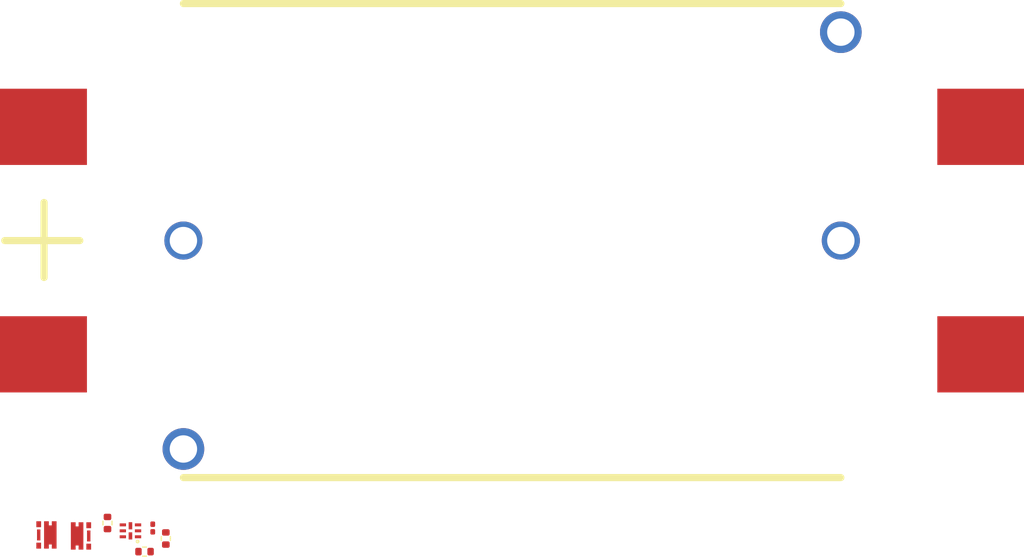
<source format=kicad_pcb>
(kicad_pcb (version 20171130) (host pcbnew "(5.1.10)-1")

  (general
    (thickness 1.6)
    (drawings 0)
    (tracks 0)
    (zones 0)
    (modules 8)
    (nets 11)
  )

  (page A4)
  (layers
    (0 F.Cu signal)
    (31 B.Cu signal)
    (32 B.Adhes user)
    (33 F.Adhes user)
    (34 B.Paste user)
    (35 F.Paste user)
    (36 B.SilkS user)
    (37 F.SilkS user)
    (38 B.Mask user)
    (39 F.Mask user)
    (40 Dwgs.User user hide)
    (41 Cmts.User user)
    (42 Eco1.User user)
    (43 Eco2.User user)
    (44 Edge.Cuts user)
    (45 Margin user)
    (46 B.CrtYd user hide)
    (47 F.CrtYd user hide)
    (48 B.Fab user hide)
    (49 F.Fab user hide)
  )

  (setup
    (last_trace_width 0.25)
    (trace_clearance 0.2)
    (zone_clearance 0.508)
    (zone_45_only no)
    (trace_min 0.2)
    (via_size 0.8)
    (via_drill 0.4)
    (via_min_size 0.4)
    (via_min_drill 0.3)
    (uvia_size 0.3)
    (uvia_drill 0.1)
    (uvias_allowed no)
    (uvia_min_size 0.2)
    (uvia_min_drill 0.1)
    (edge_width 0.05)
    (segment_width 0.2)
    (pcb_text_width 0.3)
    (pcb_text_size 1.5 1.5)
    (mod_edge_width 0.12)
    (mod_text_size 1 1)
    (mod_text_width 0.15)
    (pad_size 1.524 1.524)
    (pad_drill 0.762)
    (pad_to_mask_clearance 0)
    (aux_axis_origin 0 0)
    (visible_elements FFFFFF7F)
    (pcbplotparams
      (layerselection 0x010fc_ffffffff)
      (usegerberextensions false)
      (usegerberattributes true)
      (usegerberadvancedattributes true)
      (creategerberjobfile true)
      (excludeedgelayer true)
      (linewidth 0.100000)
      (plotframeref false)
      (viasonmask false)
      (mode 1)
      (useauxorigin false)
      (hpglpennumber 1)
      (hpglpenspeed 20)
      (hpglpendiameter 15.000000)
      (psnegative false)
      (psa4output false)
      (plotreference true)
      (plotvalue true)
      (plotinvisibletext false)
      (padsonsilk false)
      (subtractmaskfromsilk false)
      (outputformat 1)
      (mirror false)
      (drillshape 1)
      (scaleselection 1)
      (outputdirectory ""))
  )

  (net 0 "")
  (net 1 /BATT-)
  (net 2 "Net-(C1-Pad1)")
  (net 3 /BATT+)
  (net 4 "Net-(R2-Pad2)")
  (net 5 "Net-(R4-Pad2)")
  (net 6 /PACK+)
  (net 7 /CHG)
  (net 8 "Net-(U2-Pad7)")
  (net 9 /PACK-)
  (net 10 "Net-(U3-Pad1)")

  (net_class Default "This is the default net class."
    (clearance 0.2)
    (trace_width 0.25)
    (via_dia 0.8)
    (via_drill 0.4)
    (uvia_dia 0.3)
    (uvia_drill 0.1)
    (add_net /BATT+)
    (add_net /BATT-)
    (add_net /CHG)
    (add_net /PACK+)
    (add_net /PACK-)
    (add_net "Net-(C1-Pad1)")
    (add_net "Net-(R2-Pad2)")
    (add_net "Net-(R4-Pad2)")
    (add_net "Net-(U2-Pad7)")
    (add_net "Net-(U3-Pad1)")
  )

  (module HS2_parts:U-DFN2020-6 (layer F.Cu) (tedit 61A9981E) (tstamp 61B169B7)
    (at 110.125 111.9 180)
    (descr "Diodes Incorporated Footprint")
    (path /61AC6C30)
    (fp_text reference U4 (at 0 -2.275) (layer Dwgs.User) hide
      (effects (font (size 1 1) (thickness 0.15)))
    )
    (fp_text value DMN3016LFDE (at 1.4 -4.225) (layer F.Fab) hide
      (effects (font (size 1 1) (thickness 0.15)))
    )
    (pad 2 smd rect (at 1.3 0 180) (size 0.285 0.92) (layers F.Cu F.Paste F.Mask)
      (net 6 /PACK+))
    (pad 3 smd rect (at 1.3 -0.9 180) (size 0.4 0.5) (layers F.Cu F.Paste F.Mask)
      (net 8 "Net-(U2-Pad7)"))
    (pad 2 smd rect (at 1.3 0.9 180) (size 0.4 0.5) (layers F.Cu F.Paste F.Mask)
      (net 6 /PACK+))
    (pad 1 smd rect (at 0.325 0 180) (size 0.4 1.6) (layers F.Cu F.Paste F.Mask)
      (net 10 "Net-(U3-Pad1)"))
    (pad 1 smd rect (at 0.65 0 180) (size 0.4 2.3) (layers F.Cu F.Paste F.Mask)
      (net 10 "Net-(U3-Pad1)"))
    (pad 1 smd rect (at 0 0 180) (size 0.4 2.3) (layers F.Cu F.Paste F.Mask)
      (net 10 "Net-(U3-Pad1)"))
  )

  (module HS2_parts:U-DFN2020-6 (layer F.Cu) (tedit 61A9981E) (tstamp 61B169AD)
    (at 111.724999 111.984999)
    (descr "Diodes Incorporated Footprint")
    (path /61AB39E8)
    (fp_text reference U3 (at 0 -2.275) (layer Dwgs.User) hide
      (effects (font (size 1 1) (thickness 0.15)))
    )
    (fp_text value DMN3016LFDE (at 1.4 -4.225) (layer F.Fab) hide
      (effects (font (size 1 1) (thickness 0.15)))
    )
    (pad 2 smd rect (at 1.3 0) (size 0.285 0.92) (layers F.Cu F.Paste F.Mask)
      (net 3 /BATT+))
    (pad 3 smd rect (at 1.3 -0.9) (size 0.4 0.5) (layers F.Cu F.Paste F.Mask)
      (net 7 /CHG))
    (pad 2 smd rect (at 1.3 0.9) (size 0.4 0.5) (layers F.Cu F.Paste F.Mask)
      (net 3 /BATT+))
    (pad 1 smd rect (at 0.325 0) (size 0.4 1.6) (layers F.Cu F.Paste F.Mask)
      (net 10 "Net-(U3-Pad1)"))
    (pad 1 smd rect (at 0.65 0) (size 0.4 2.3) (layers F.Cu F.Paste F.Mask)
      (net 10 "Net-(U3-Pad1)"))
    (pad 1 smd rect (at 0 0) (size 0.4 2.3) (layers F.Cu F.Paste F.Mask)
      (net 10 "Net-(U3-Pad1)"))
  )

  (module HS2_parts:BQ298xyz (layer F.Cu) (tedit 61AB1E80) (tstamp 61B169A3)
    (at 116.527499 111.555 90)
    (descr "X2QFN Footprint")
    (path /61AB326C)
    (fp_text reference U2 (at 0 0.5 90) (layer Dwgs.User) hide
      (effects (font (size 1 1) (thickness 0.15)))
    )
    (fp_text value BQ298xyz (at 0 -0.5 90) (layer F.Fab) hide
      (effects (font (size 1 1) (thickness 0.15)))
    )
    (fp_circle (center -0.9 0.6) (end -0.8 0.6) (layer F.SilkS) (width 0.12))
    (pad 8 smd rect (at -0.425 0 180) (size 0.3 0.6) (layers F.Cu F.Paste F.Mask)
      (net 7 /CHG))
    (pad 7 smd rect (at -0.5 -0.6375 90) (size 0.25 0.53) (layers F.Cu F.Paste F.Mask)
      (net 8 "Net-(U2-Pad7)"))
    (pad 6 smd rect (at 0 -0.6375 90) (size 0.25 0.53) (layers F.Cu F.Paste F.Mask)
      (net 5 "Net-(R4-Pad2)"))
    (pad 5 smd rect (at 0.5 -0.6375 90) (size 0.25 0.53) (layers F.Cu F.Paste F.Mask)
      (net 9 /PACK-))
    (pad 4 smd rect (at 0.425 0 180) (size 0.3 0.6) (layers F.Cu F.Paste F.Mask)
      (net 9 /PACK-))
    (pad 3 smd rect (at 0.5 0.6375 90) (size 0.25 0.53) (layers F.Cu F.Paste F.Mask)
      (net 1 /BATT-))
    (pad 2 smd rect (at 0 0.6375 90) (size 0.25 0.53) (layers F.Cu F.Paste F.Mask)
      (net 2 "Net-(C1-Pad1)"))
    (pad 1 smd rect (at -0.5 0.6375 90) (size 0.25 0.53) (layers F.Cu F.Paste F.Mask)
      (net 4 "Net-(R2-Pad2)"))
  )

  (module HS2_parts:1048-2S-18650 (layer F.Cu) (tedit 61B16744) (tstamp 61B16996)
    (at 120.974999 87.184999)
    (path /61B1A2BD)
    (fp_text reference U1 (at 25.85 2.05) (layer Dwgs.User)
      (effects (font (size 1 1) (thickness 0.15)))
    )
    (fp_text value 1048-2S-18650-Holder (at 25.85 1.05) (layer F.Fab)
      (effects (font (size 1 1) (thickness 0.15)))
    )
    (fp_line (start -11.7 -3.2) (end -11.7 3.1) (layer F.SilkS) (width 0.6))
    (fp_line (start -15 0) (end -8.7 0) (layer F.SilkS) (width 0.6))
    (fp_line (start 0 19.9) (end 55.2 19.9) (layer F.SilkS) (width 0.6))
    (fp_line (start 0 -19.9) (end 55.2 -19.9) (layer F.SilkS) (width 0.6))
    (pad "" np_thru_hole circle (at 55.2 -17.5) (size 3.5 3.5) (drill 2.3) (layers *.Cu *.Mask))
    (pad "" np_thru_hole circle (at 55.2 0) (size 3.2 3.2) (drill 2.3) (layers *.Cu *.Mask))
    (pad "" np_thru_hole circle (at 0 17.5) (size 3.5 3.5) (drill 2.3) (layers *.Cu *.Mask))
    (pad "" np_thru_hole circle (at 0 0) (size 3.2 3.2) (drill 2.3) (layers *.Cu *.Mask))
    (pad 4 smd rect (at 66.95 -9.55) (size 7.3 6.4) (layers F.Cu F.Paste F.Mask)
      (net 1 /BATT-))
    (pad 3 smd rect (at 66.95 9.55) (size 7.3 6.4) (layers F.Cu F.Paste F.Mask)
      (net 1 /BATT-))
    (pad 2 smd rect (at -11.75 9.55) (size 7.3 6.4) (layers F.Cu F.Paste F.Mask)
      (net 3 /BATT+))
    (pad 1 smd rect (at -11.75 -9.55) (size 7.3 6.4) (layers F.Cu F.Paste F.Mask)
      (net 3 /BATT+))
  )

  (module Resistor_SMD:R_0402_1005Metric (layer F.Cu) (tedit 5F68FEEE) (tstamp 61B16988)
    (at 114.6 110.9 270)
    (descr "Resistor SMD 0402 (1005 Metric), square (rectangular) end terminal, IPC_7351 nominal, (Body size source: IPC-SM-782 page 72, https://www.pcb-3d.com/wordpress/wp-content/uploads/ipc-sm-782a_amendment_1_and_2.pdf), generated with kicad-footprint-generator")
    (tags resistor)
    (path /61AC9659)
    (attr smd)
    (fp_text reference R4 (at 0 -1.17 90) (layer Dwgs.User)
      (effects (font (size 1 1) (thickness 0.15)))
    )
    (fp_text value 1k (at 0 1.17 90) (layer F.Fab)
      (effects (font (size 1 1) (thickness 0.15)))
    )
    (fp_text user %R (at 0 0 90) (layer F.Fab)
      (effects (font (size 0.26 0.26) (thickness 0.04)))
    )
    (fp_line (start -0.525 0.27) (end -0.525 -0.27) (layer F.Fab) (width 0.1))
    (fp_line (start -0.525 -0.27) (end 0.525 -0.27) (layer F.Fab) (width 0.1))
    (fp_line (start 0.525 -0.27) (end 0.525 0.27) (layer F.Fab) (width 0.1))
    (fp_line (start 0.525 0.27) (end -0.525 0.27) (layer F.Fab) (width 0.1))
    (fp_line (start -0.153641 -0.38) (end 0.153641 -0.38) (layer F.SilkS) (width 0.12))
    (fp_line (start -0.153641 0.38) (end 0.153641 0.38) (layer F.SilkS) (width 0.12))
    (fp_line (start -0.93 0.47) (end -0.93 -0.47) (layer F.CrtYd) (width 0.05))
    (fp_line (start -0.93 -0.47) (end 0.93 -0.47) (layer F.CrtYd) (width 0.05))
    (fp_line (start 0.93 -0.47) (end 0.93 0.47) (layer F.CrtYd) (width 0.05))
    (fp_line (start 0.93 0.47) (end -0.93 0.47) (layer F.CrtYd) (width 0.05))
    (pad 2 smd roundrect (at 0.51 0 270) (size 0.54 0.64) (layers F.Cu F.Paste F.Mask) (roundrect_rratio 0.25)
      (net 5 "Net-(R4-Pad2)"))
    (pad 1 smd roundrect (at -0.51 0 270) (size 0.54 0.64) (layers F.Cu F.Paste F.Mask) (roundrect_rratio 0.25)
      (net 6 /PACK+))
    (model ${KISYS3DMOD}/Resistor_SMD.3dshapes/R_0402_1005Metric.wrl
      (at (xyz 0 0 0))
      (scale (xyz 1 1 1))
      (rotate (xyz 0 0 0))
    )
  )

  (module Resistor_SMD:R_0402_1005Metric (layer F.Cu) (tedit 5F68FEEE) (tstamp 61B16977)
    (at 117.71 113.3 180)
    (descr "Resistor SMD 0402 (1005 Metric), square (rectangular) end terminal, IPC_7351 nominal, (Body size source: IPC-SM-782 page 72, https://www.pcb-3d.com/wordpress/wp-content/uploads/ipc-sm-782a_amendment_1_and_2.pdf), generated with kicad-footprint-generator")
    (tags resistor)
    (path /61ACB8BB)
    (attr smd)
    (fp_text reference R2 (at 0 -1.17) (layer Dwgs.User)
      (effects (font (size 1 1) (thickness 0.15)))
    )
    (fp_text value 20 (at 0 1.17) (layer F.Fab)
      (effects (font (size 1 1) (thickness 0.15)))
    )
    (fp_text user %R (at 0 0) (layer F.Fab)
      (effects (font (size 0.26 0.26) (thickness 0.04)))
    )
    (fp_line (start -0.525 0.27) (end -0.525 -0.27) (layer F.Fab) (width 0.1))
    (fp_line (start -0.525 -0.27) (end 0.525 -0.27) (layer F.Fab) (width 0.1))
    (fp_line (start 0.525 -0.27) (end 0.525 0.27) (layer F.Fab) (width 0.1))
    (fp_line (start 0.525 0.27) (end -0.525 0.27) (layer F.Fab) (width 0.1))
    (fp_line (start -0.153641 -0.38) (end 0.153641 -0.38) (layer F.SilkS) (width 0.12))
    (fp_line (start -0.153641 0.38) (end 0.153641 0.38) (layer F.SilkS) (width 0.12))
    (fp_line (start -0.93 0.47) (end -0.93 -0.47) (layer F.CrtYd) (width 0.05))
    (fp_line (start -0.93 -0.47) (end 0.93 -0.47) (layer F.CrtYd) (width 0.05))
    (fp_line (start 0.93 -0.47) (end 0.93 0.47) (layer F.CrtYd) (width 0.05))
    (fp_line (start 0.93 0.47) (end -0.93 0.47) (layer F.CrtYd) (width 0.05))
    (pad 2 smd roundrect (at 0.51 0 180) (size 0.54 0.64) (layers F.Cu F.Paste F.Mask) (roundrect_rratio 0.25)
      (net 4 "Net-(R2-Pad2)"))
    (pad 1 smd roundrect (at -0.51 0 180) (size 0.54 0.64) (layers F.Cu F.Paste F.Mask) (roundrect_rratio 0.25)
      (net 3 /BATT+))
    (model ${KISYS3DMOD}/Resistor_SMD.3dshapes/R_0402_1005Metric.wrl
      (at (xyz 0 0 0))
      (scale (xyz 1 1 1))
      (rotate (xyz 0 0 0))
    )
  )

  (module Resistor_SMD:R_0402_1005Metric (layer F.Cu) (tedit 5F68FEEE) (tstamp 61B16966)
    (at 119.5 112.2 90)
    (descr "Resistor SMD 0402 (1005 Metric), square (rectangular) end terminal, IPC_7351 nominal, (Body size source: IPC-SM-782 page 72, https://www.pcb-3d.com/wordpress/wp-content/uploads/ipc-sm-782a_amendment_1_and_2.pdf), generated with kicad-footprint-generator")
    (tags resistor)
    (path /61ACC10F)
    (attr smd)
    (fp_text reference R1 (at 0 -1.17 90) (layer Dwgs.User)
      (effects (font (size 1 1) (thickness 0.15)))
    )
    (fp_text value 100 (at 0 1.17 90) (layer F.Fab)
      (effects (font (size 1 1) (thickness 0.15)))
    )
    (fp_text user %R (at 0 0 90) (layer F.Fab)
      (effects (font (size 0.26 0.26) (thickness 0.04)))
    )
    (fp_line (start -0.525 0.27) (end -0.525 -0.27) (layer F.Fab) (width 0.1))
    (fp_line (start -0.525 -0.27) (end 0.525 -0.27) (layer F.Fab) (width 0.1))
    (fp_line (start 0.525 -0.27) (end 0.525 0.27) (layer F.Fab) (width 0.1))
    (fp_line (start 0.525 0.27) (end -0.525 0.27) (layer F.Fab) (width 0.1))
    (fp_line (start -0.153641 -0.38) (end 0.153641 -0.38) (layer F.SilkS) (width 0.12))
    (fp_line (start -0.153641 0.38) (end 0.153641 0.38) (layer F.SilkS) (width 0.12))
    (fp_line (start -0.93 0.47) (end -0.93 -0.47) (layer F.CrtYd) (width 0.05))
    (fp_line (start -0.93 -0.47) (end 0.93 -0.47) (layer F.CrtYd) (width 0.05))
    (fp_line (start 0.93 -0.47) (end 0.93 0.47) (layer F.CrtYd) (width 0.05))
    (fp_line (start 0.93 0.47) (end -0.93 0.47) (layer F.CrtYd) (width 0.05))
    (pad 2 smd roundrect (at 0.51 0 90) (size 0.54 0.64) (layers F.Cu F.Paste F.Mask) (roundrect_rratio 0.25)
      (net 2 "Net-(C1-Pad1)"))
    (pad 1 smd roundrect (at -0.51 0 90) (size 0.54 0.64) (layers F.Cu F.Paste F.Mask) (roundrect_rratio 0.25)
      (net 3 /BATT+))
    (model ${KISYS3DMOD}/Resistor_SMD.3dshapes/R_0402_1005Metric.wrl
      (at (xyz 0 0 0))
      (scale (xyz 1 1 1))
      (rotate (xyz 0 0 0))
    )
  )

  (module Capacitor_SMD:C_0201_0603Metric (layer F.Cu) (tedit 5F68FEEE) (tstamp 61B16955)
    (at 118.4 111.32 90)
    (descr "Capacitor SMD 0201 (0603 Metric), square (rectangular) end terminal, IPC_7351 nominal, (Body size source: https://www.vishay.com/docs/20052/crcw0201e3.pdf), generated with kicad-footprint-generator")
    (tags capacitor)
    (path /61ACD688)
    (attr smd)
    (fp_text reference C1 (at 0 -1.05 90) (layer Dwgs.User)
      (effects (font (size 1 1) (thickness 0.15)))
    )
    (fp_text value 0.1uF (at 0 1.05 90) (layer F.Fab)
      (effects (font (size 1 1) (thickness 0.15)))
    )
    (fp_text user %R (at 0 -0.68 90) (layer F.Fab)
      (effects (font (size 0.25 0.25) (thickness 0.04)))
    )
    (fp_line (start -0.3 0.15) (end -0.3 -0.15) (layer F.Fab) (width 0.1))
    (fp_line (start -0.3 -0.15) (end 0.3 -0.15) (layer F.Fab) (width 0.1))
    (fp_line (start 0.3 -0.15) (end 0.3 0.15) (layer F.Fab) (width 0.1))
    (fp_line (start 0.3 0.15) (end -0.3 0.15) (layer F.Fab) (width 0.1))
    (fp_line (start -0.7 0.35) (end -0.7 -0.35) (layer F.CrtYd) (width 0.05))
    (fp_line (start -0.7 -0.35) (end 0.7 -0.35) (layer F.CrtYd) (width 0.05))
    (fp_line (start 0.7 -0.35) (end 0.7 0.35) (layer F.CrtYd) (width 0.05))
    (fp_line (start 0.7 0.35) (end -0.7 0.35) (layer F.CrtYd) (width 0.05))
    (pad 2 smd roundrect (at 0.32 0 90) (size 0.46 0.4) (layers F.Cu F.Mask) (roundrect_rratio 0.25)
      (net 1 /BATT-))
    (pad 1 smd roundrect (at -0.32 0 90) (size 0.46 0.4) (layers F.Cu F.Mask) (roundrect_rratio 0.25)
      (net 2 "Net-(C1-Pad1)"))
    (pad "" smd roundrect (at 0.345 0 90) (size 0.318 0.36) (layers F.Paste) (roundrect_rratio 0.25))
    (pad "" smd roundrect (at -0.345 0 90) (size 0.318 0.36) (layers F.Paste) (roundrect_rratio 0.25))
    (model ${KISYS3DMOD}/Capacitor_SMD.3dshapes/C_0201_0603Metric.wrl
      (at (xyz 0 0 0))
      (scale (xyz 1 1 1))
      (rotate (xyz 0 0 0))
    )
  )

)

</source>
